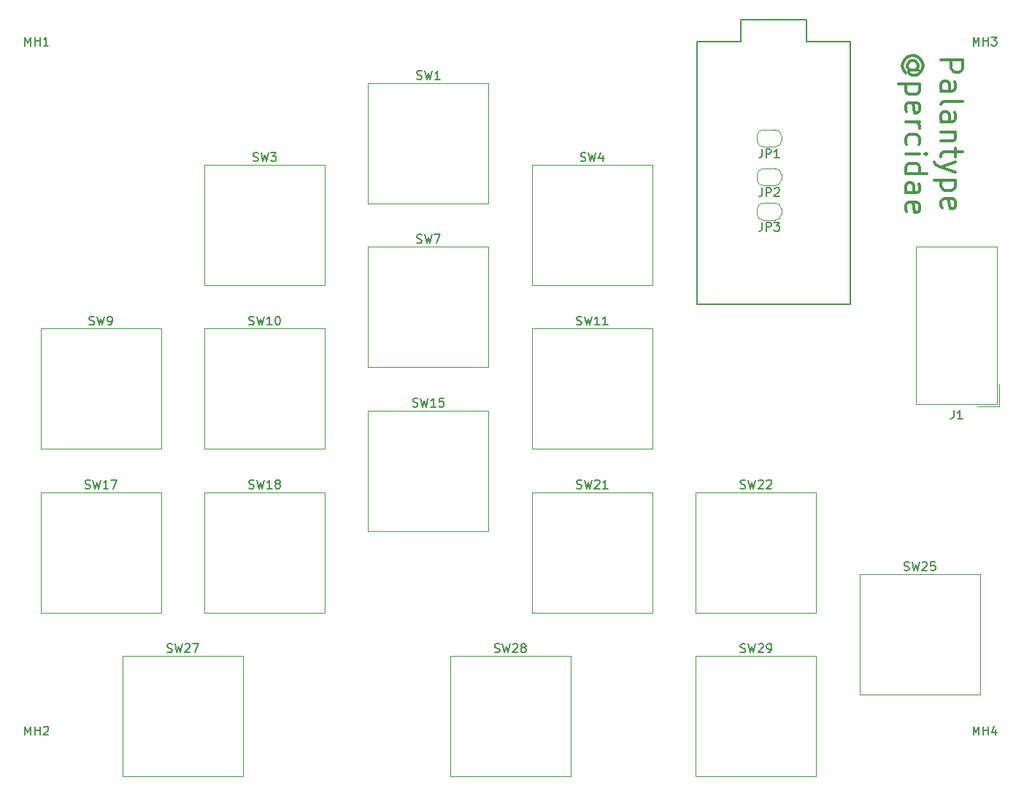
<source format=gbr>
G04 #@! TF.GenerationSoftware,KiCad,Pcbnew,(5.0.0)*
G04 #@! TF.CreationDate,2018-08-07T19:49:38+02:00*
G04 #@! TF.ProjectId,Palantype,50616C616E747970652E6B696361645F,rev?*
G04 #@! TF.SameCoordinates,Original*
G04 #@! TF.FileFunction,Legend,Top*
G04 #@! TF.FilePolarity,Positive*
%FSLAX46Y46*%
G04 Gerber Fmt 4.6, Leading zero omitted, Abs format (unit mm)*
G04 Created by KiCad (PCBNEW (5.0.0)) date 08/07/18 19:49:38*
%MOMM*%
%LPD*%
G01*
G04 APERTURE LIST*
%ADD10C,0.375000*%
%ADD11C,0.120000*%
%ADD12C,0.150000*%
G04 APERTURE END LIST*
D10*
X155931547Y-48928571D02*
X158431547Y-48928571D01*
X158431547Y-49880952D01*
X158312500Y-50119047D01*
X158193452Y-50238095D01*
X157955357Y-50357142D01*
X157598214Y-50357142D01*
X157360119Y-50238095D01*
X157241071Y-50119047D01*
X157122023Y-49880952D01*
X157122023Y-48928571D01*
X155931547Y-52500000D02*
X157241071Y-52500000D01*
X157479166Y-52380952D01*
X157598214Y-52142857D01*
X157598214Y-51666666D01*
X157479166Y-51428571D01*
X156050595Y-52500000D02*
X155931547Y-52261904D01*
X155931547Y-51666666D01*
X156050595Y-51428571D01*
X156288690Y-51309523D01*
X156526785Y-51309523D01*
X156764880Y-51428571D01*
X156883928Y-51666666D01*
X156883928Y-52261904D01*
X157002976Y-52500000D01*
X155931547Y-54047619D02*
X156050595Y-53809523D01*
X156288690Y-53690476D01*
X158431547Y-53690476D01*
X155931547Y-56071428D02*
X157241071Y-56071428D01*
X157479166Y-55952380D01*
X157598214Y-55714285D01*
X157598214Y-55238095D01*
X157479166Y-55000000D01*
X156050595Y-56071428D02*
X155931547Y-55833333D01*
X155931547Y-55238095D01*
X156050595Y-55000000D01*
X156288690Y-54880952D01*
X156526785Y-54880952D01*
X156764880Y-55000000D01*
X156883928Y-55238095D01*
X156883928Y-55833333D01*
X157002976Y-56071428D01*
X157598214Y-57261904D02*
X155931547Y-57261904D01*
X157360119Y-57261904D02*
X157479166Y-57380952D01*
X157598214Y-57619047D01*
X157598214Y-57976190D01*
X157479166Y-58214285D01*
X157241071Y-58333333D01*
X155931547Y-58333333D01*
X157598214Y-59166666D02*
X157598214Y-60119047D01*
X158431547Y-59523809D02*
X156288690Y-59523809D01*
X156050595Y-59642857D01*
X155931547Y-59880952D01*
X155931547Y-60119047D01*
X157598214Y-60714285D02*
X155931547Y-61309523D01*
X157598214Y-61904761D02*
X155931547Y-61309523D01*
X155336309Y-61071428D01*
X155217261Y-60952380D01*
X155098214Y-60714285D01*
X157598214Y-62857142D02*
X155098214Y-62857142D01*
X157479166Y-62857142D02*
X157598214Y-63095238D01*
X157598214Y-63571428D01*
X157479166Y-63809523D01*
X157360119Y-63928571D01*
X157122023Y-64047619D01*
X156407738Y-64047619D01*
X156169642Y-63928571D01*
X156050595Y-63809523D01*
X155931547Y-63571428D01*
X155931547Y-63095238D01*
X156050595Y-62857142D01*
X156050595Y-66071428D02*
X155931547Y-65833333D01*
X155931547Y-65357142D01*
X156050595Y-65119047D01*
X156288690Y-65000000D01*
X157241071Y-65000000D01*
X157479166Y-65119047D01*
X157598214Y-65357142D01*
X157598214Y-65833333D01*
X157479166Y-66071428D01*
X157241071Y-66190476D01*
X157002976Y-66190476D01*
X156764880Y-65000000D01*
X152997023Y-50059523D02*
X153116071Y-49940476D01*
X153235119Y-49702380D01*
X153235119Y-49464285D01*
X153116071Y-49226190D01*
X152997023Y-49107142D01*
X152758928Y-48988095D01*
X152520833Y-48988095D01*
X152282738Y-49107142D01*
X152163690Y-49226190D01*
X152044642Y-49464285D01*
X152044642Y-49702380D01*
X152163690Y-49940476D01*
X152282738Y-50059523D01*
X153235119Y-50059523D02*
X152282738Y-50059523D01*
X152163690Y-50178571D01*
X152163690Y-50297619D01*
X152282738Y-50535714D01*
X152520833Y-50654761D01*
X153116071Y-50654761D01*
X153473214Y-50416666D01*
X153711309Y-50059523D01*
X153830357Y-49583333D01*
X153711309Y-49107142D01*
X153473214Y-48750000D01*
X153116071Y-48511904D01*
X152639880Y-48392857D01*
X152163690Y-48511904D01*
X151806547Y-48750000D01*
X151568452Y-49107142D01*
X151449404Y-49583333D01*
X151568452Y-50059523D01*
X151806547Y-50416666D01*
X153473214Y-51726190D02*
X150973214Y-51726190D01*
X153354166Y-51726190D02*
X153473214Y-51964285D01*
X153473214Y-52440476D01*
X153354166Y-52678571D01*
X153235119Y-52797619D01*
X152997023Y-52916666D01*
X152282738Y-52916666D01*
X152044642Y-52797619D01*
X151925595Y-52678571D01*
X151806547Y-52440476D01*
X151806547Y-51964285D01*
X151925595Y-51726190D01*
X151925595Y-54940476D02*
X151806547Y-54702380D01*
X151806547Y-54226190D01*
X151925595Y-53988095D01*
X152163690Y-53869047D01*
X153116071Y-53869047D01*
X153354166Y-53988095D01*
X153473214Y-54226190D01*
X153473214Y-54702380D01*
X153354166Y-54940476D01*
X153116071Y-55059523D01*
X152877976Y-55059523D01*
X152639880Y-53869047D01*
X151806547Y-56130952D02*
X153473214Y-56130952D01*
X152997023Y-56130952D02*
X153235119Y-56250000D01*
X153354166Y-56369047D01*
X153473214Y-56607142D01*
X153473214Y-56845238D01*
X151925595Y-58750000D02*
X151806547Y-58511904D01*
X151806547Y-58035714D01*
X151925595Y-57797619D01*
X152044642Y-57678571D01*
X152282738Y-57559523D01*
X152997023Y-57559523D01*
X153235119Y-57678571D01*
X153354166Y-57797619D01*
X153473214Y-58035714D01*
X153473214Y-58511904D01*
X153354166Y-58750000D01*
X151806547Y-59821428D02*
X153473214Y-59821428D01*
X154306547Y-59821428D02*
X154187500Y-59702380D01*
X154068452Y-59821428D01*
X154187500Y-59940476D01*
X154306547Y-59821428D01*
X154068452Y-59821428D01*
X151806547Y-62083333D02*
X154306547Y-62083333D01*
X151925595Y-62083333D02*
X151806547Y-61845238D01*
X151806547Y-61369047D01*
X151925595Y-61130952D01*
X152044642Y-61011904D01*
X152282738Y-60892857D01*
X152997023Y-60892857D01*
X153235119Y-61011904D01*
X153354166Y-61130952D01*
X153473214Y-61369047D01*
X153473214Y-61845238D01*
X153354166Y-62083333D01*
X151806547Y-64345238D02*
X153116071Y-64345238D01*
X153354166Y-64226190D01*
X153473214Y-63988095D01*
X153473214Y-63511904D01*
X153354166Y-63273809D01*
X151925595Y-64345238D02*
X151806547Y-64107142D01*
X151806547Y-63511904D01*
X151925595Y-63273809D01*
X152163690Y-63154761D01*
X152401785Y-63154761D01*
X152639880Y-63273809D01*
X152758928Y-63511904D01*
X152758928Y-64107142D01*
X152877976Y-64345238D01*
X151925595Y-66488095D02*
X151806547Y-66250000D01*
X151806547Y-65773809D01*
X151925595Y-65535714D01*
X152163690Y-65416666D01*
X153116071Y-65416666D01*
X153354166Y-65535714D01*
X153473214Y-65773809D01*
X153473214Y-66250000D01*
X153354166Y-66488095D01*
X153116071Y-66607142D01*
X152877976Y-66607142D01*
X152639880Y-65416666D01*
D11*
G04 #@! TO.C,J1*
X162655000Y-89100000D02*
X160115000Y-89100000D01*
X162655000Y-89100000D02*
X162655000Y-86560000D01*
X162405000Y-88850000D02*
X153055000Y-88850000D01*
X162405000Y-70530000D02*
X162405000Y-88850000D01*
X153055000Y-70530000D02*
X162405000Y-70530000D01*
X153055000Y-88850000D02*
X153055000Y-70530000D01*
G04 #@! TO.C,JP1*
X135300000Y-59000000D02*
G75*
G02X134600000Y-58300000I0J700000D01*
G01*
X134600000Y-57700000D02*
G75*
G02X135300000Y-57000000I700000J0D01*
G01*
X136700000Y-57000000D02*
G75*
G02X137400000Y-57700000I0J-700000D01*
G01*
X137400000Y-58300000D02*
G75*
G02X136700000Y-59000000I-700000J0D01*
G01*
X137400000Y-57700000D02*
X137400000Y-58300000D01*
X135300000Y-57000000D02*
X136700000Y-57000000D01*
X134600000Y-58300000D02*
X134600000Y-57700000D01*
X136700000Y-59000000D02*
X135300000Y-59000000D01*
G04 #@! TO.C,JP2*
X136700000Y-63500000D02*
X135300000Y-63500000D01*
X134600000Y-62800000D02*
X134600000Y-62200000D01*
X135300000Y-61500000D02*
X136700000Y-61500000D01*
X137400000Y-62200000D02*
X137400000Y-62800000D01*
X137400000Y-62800000D02*
G75*
G02X136700000Y-63500000I-700000J0D01*
G01*
X136700000Y-61500000D02*
G75*
G02X137400000Y-62200000I0J-700000D01*
G01*
X134600000Y-62200000D02*
G75*
G02X135300000Y-61500000I700000J0D01*
G01*
X135300000Y-63500000D02*
G75*
G02X134600000Y-62800000I0J700000D01*
G01*
G04 #@! TO.C,JP3*
X135300000Y-67500000D02*
G75*
G02X134600000Y-66800000I0J700000D01*
G01*
X134600000Y-66200000D02*
G75*
G02X135300000Y-65500000I700000J0D01*
G01*
X136700000Y-65500000D02*
G75*
G02X137400000Y-66200000I0J-700000D01*
G01*
X137400000Y-66800000D02*
G75*
G02X136700000Y-67500000I-700000J0D01*
G01*
X137400000Y-66200000D02*
X137400000Y-66800000D01*
X135300000Y-65500000D02*
X136700000Y-65500000D01*
X134600000Y-66800000D02*
X134600000Y-66200000D01*
X136700000Y-67500000D02*
X135300000Y-67500000D01*
G04 #@! TO.C,SW1*
X89475000Y-65565000D02*
X89475000Y-51595000D01*
X103445000Y-65565000D02*
X89475000Y-65565000D01*
X103445000Y-51595000D02*
X103445000Y-65565000D01*
X89475000Y-51595000D02*
X103445000Y-51595000D01*
G04 #@! TO.C,SW3*
X70475000Y-61095000D02*
X84445000Y-61095000D01*
X84445000Y-61095000D02*
X84445000Y-75065000D01*
X84445000Y-75065000D02*
X70475000Y-75065000D01*
X70475000Y-75065000D02*
X70475000Y-61095000D01*
G04 #@! TO.C,SW4*
X108475000Y-75065000D02*
X108475000Y-61095000D01*
X122445000Y-75065000D02*
X108475000Y-75065000D01*
X122445000Y-61095000D02*
X122445000Y-75065000D01*
X108475000Y-61095000D02*
X122445000Y-61095000D01*
G04 #@! TO.C,SW7*
X89475000Y-70595000D02*
X103445000Y-70595000D01*
X103445000Y-70595000D02*
X103445000Y-84565000D01*
X103445000Y-84565000D02*
X89475000Y-84565000D01*
X89475000Y-84565000D02*
X89475000Y-70595000D01*
G04 #@! TO.C,SW9*
X51475000Y-94065000D02*
X51475000Y-80095000D01*
X65445000Y-94065000D02*
X51475000Y-94065000D01*
X65445000Y-80095000D02*
X65445000Y-94065000D01*
X51475000Y-80095000D02*
X65445000Y-80095000D01*
G04 #@! TO.C,SW10*
X70475000Y-94065000D02*
X70475000Y-80095000D01*
X84445000Y-94065000D02*
X70475000Y-94065000D01*
X84445000Y-80095000D02*
X84445000Y-94065000D01*
X70475000Y-80095000D02*
X84445000Y-80095000D01*
G04 #@! TO.C,SW11*
X108475000Y-94065000D02*
X108475000Y-80095000D01*
X122445000Y-94065000D02*
X108475000Y-94065000D01*
X122445000Y-80095000D02*
X122445000Y-94065000D01*
X108475000Y-80095000D02*
X122445000Y-80095000D01*
G04 #@! TO.C,SW15*
X89475000Y-89595000D02*
X103445000Y-89595000D01*
X103445000Y-89595000D02*
X103445000Y-103565000D01*
X103445000Y-103565000D02*
X89475000Y-103565000D01*
X89475000Y-103565000D02*
X89475000Y-89595000D01*
G04 #@! TO.C,SW17*
X51475000Y-99095000D02*
X65445000Y-99095000D01*
X65445000Y-99095000D02*
X65445000Y-113065000D01*
X65445000Y-113065000D02*
X51475000Y-113065000D01*
X51475000Y-113065000D02*
X51475000Y-99095000D01*
G04 #@! TO.C,SW18*
X70475000Y-99095000D02*
X84445000Y-99095000D01*
X84445000Y-99095000D02*
X84445000Y-113065000D01*
X84445000Y-113065000D02*
X70475000Y-113065000D01*
X70475000Y-113065000D02*
X70475000Y-99095000D01*
G04 #@! TO.C,SW21*
X108475000Y-113065000D02*
X108475000Y-99095000D01*
X122445000Y-113065000D02*
X108475000Y-113065000D01*
X122445000Y-99095000D02*
X122445000Y-113065000D01*
X108475000Y-99095000D02*
X122445000Y-99095000D01*
G04 #@! TO.C,SW22*
X127475000Y-99095000D02*
X141445000Y-99095000D01*
X141445000Y-99095000D02*
X141445000Y-113065000D01*
X141445000Y-113065000D02*
X127475000Y-113065000D01*
X127475000Y-113065000D02*
X127475000Y-99095000D01*
G04 #@! TO.C,SW25*
X146475000Y-108595000D02*
X160445000Y-108595000D01*
X160445000Y-108595000D02*
X160445000Y-122565000D01*
X160445000Y-122565000D02*
X146475000Y-122565000D01*
X146475000Y-122565000D02*
X146475000Y-108595000D01*
G04 #@! TO.C,SW27*
X60975000Y-118095000D02*
X74945000Y-118095000D01*
X74945000Y-118095000D02*
X74945000Y-132065000D01*
X74945000Y-132065000D02*
X60975000Y-132065000D01*
X60975000Y-132065000D02*
X60975000Y-118095000D01*
G04 #@! TO.C,SW28*
X98975000Y-132065000D02*
X98975000Y-118095000D01*
X112945000Y-132065000D02*
X98975000Y-132065000D01*
X112945000Y-118095000D02*
X112945000Y-132065000D01*
X98975000Y-118095000D02*
X112945000Y-118095000D01*
G04 #@! TO.C,SW29*
X127475000Y-132065000D02*
X127475000Y-118095000D01*
X141445000Y-132065000D02*
X127475000Y-132065000D01*
X141445000Y-118095000D02*
X141445000Y-132065000D01*
X127475000Y-118095000D02*
X141445000Y-118095000D01*
D12*
G04 #@! TO.C,U1*
X127610000Y-46760000D02*
X127610000Y-77240000D01*
X127610000Y-46760000D02*
X132690000Y-46760000D01*
X132690000Y-46760000D02*
X132690000Y-44220000D01*
X132690000Y-44220000D02*
X140310000Y-44220000D01*
X140310000Y-44220000D02*
X140310000Y-46760000D01*
X140310000Y-46760000D02*
X145390000Y-46760000D01*
X145390000Y-46760000D02*
X145390000Y-77240000D01*
X145390000Y-77240000D02*
X127610000Y-77240000D01*
G04 #@! TO.C,J1*
X157396666Y-89556380D02*
X157396666Y-90270666D01*
X157349047Y-90413523D01*
X157253809Y-90508761D01*
X157110952Y-90556380D01*
X157015714Y-90556380D01*
X158396666Y-90556380D02*
X157825238Y-90556380D01*
X158110952Y-90556380D02*
X158110952Y-89556380D01*
X158015714Y-89699238D01*
X157920476Y-89794476D01*
X157825238Y-89842095D01*
G04 #@! TO.C,JP1*
X135166666Y-59252380D02*
X135166666Y-59966666D01*
X135119047Y-60109523D01*
X135023809Y-60204761D01*
X134880952Y-60252380D01*
X134785714Y-60252380D01*
X135642857Y-60252380D02*
X135642857Y-59252380D01*
X136023809Y-59252380D01*
X136119047Y-59300000D01*
X136166666Y-59347619D01*
X136214285Y-59442857D01*
X136214285Y-59585714D01*
X136166666Y-59680952D01*
X136119047Y-59728571D01*
X136023809Y-59776190D01*
X135642857Y-59776190D01*
X137166666Y-60252380D02*
X136595238Y-60252380D01*
X136880952Y-60252380D02*
X136880952Y-59252380D01*
X136785714Y-59395238D01*
X136690476Y-59490476D01*
X136595238Y-59538095D01*
G04 #@! TO.C,JP2*
X135166666Y-63752380D02*
X135166666Y-64466666D01*
X135119047Y-64609523D01*
X135023809Y-64704761D01*
X134880952Y-64752380D01*
X134785714Y-64752380D01*
X135642857Y-64752380D02*
X135642857Y-63752380D01*
X136023809Y-63752380D01*
X136119047Y-63800000D01*
X136166666Y-63847619D01*
X136214285Y-63942857D01*
X136214285Y-64085714D01*
X136166666Y-64180952D01*
X136119047Y-64228571D01*
X136023809Y-64276190D01*
X135642857Y-64276190D01*
X136595238Y-63847619D02*
X136642857Y-63800000D01*
X136738095Y-63752380D01*
X136976190Y-63752380D01*
X137071428Y-63800000D01*
X137119047Y-63847619D01*
X137166666Y-63942857D01*
X137166666Y-64038095D01*
X137119047Y-64180952D01*
X136547619Y-64752380D01*
X137166666Y-64752380D01*
G04 #@! TO.C,JP3*
X135166666Y-67752380D02*
X135166666Y-68466666D01*
X135119047Y-68609523D01*
X135023809Y-68704761D01*
X134880952Y-68752380D01*
X134785714Y-68752380D01*
X135642857Y-68752380D02*
X135642857Y-67752380D01*
X136023809Y-67752380D01*
X136119047Y-67800000D01*
X136166666Y-67847619D01*
X136214285Y-67942857D01*
X136214285Y-68085714D01*
X136166666Y-68180952D01*
X136119047Y-68228571D01*
X136023809Y-68276190D01*
X135642857Y-68276190D01*
X136547619Y-67752380D02*
X137166666Y-67752380D01*
X136833333Y-68133333D01*
X136976190Y-68133333D01*
X137071428Y-68180952D01*
X137119047Y-68228571D01*
X137166666Y-68323809D01*
X137166666Y-68561904D01*
X137119047Y-68657142D01*
X137071428Y-68704761D01*
X136976190Y-68752380D01*
X136690476Y-68752380D01*
X136595238Y-68704761D01*
X136547619Y-68657142D01*
G04 #@! TO.C,SW1*
X95126666Y-51110761D02*
X95269523Y-51158380D01*
X95507619Y-51158380D01*
X95602857Y-51110761D01*
X95650476Y-51063142D01*
X95698095Y-50967904D01*
X95698095Y-50872666D01*
X95650476Y-50777428D01*
X95602857Y-50729809D01*
X95507619Y-50682190D01*
X95317142Y-50634571D01*
X95221904Y-50586952D01*
X95174285Y-50539333D01*
X95126666Y-50444095D01*
X95126666Y-50348857D01*
X95174285Y-50253619D01*
X95221904Y-50206000D01*
X95317142Y-50158380D01*
X95555238Y-50158380D01*
X95698095Y-50206000D01*
X96031428Y-50158380D02*
X96269523Y-51158380D01*
X96460000Y-50444095D01*
X96650476Y-51158380D01*
X96888571Y-50158380D01*
X97793333Y-51158380D02*
X97221904Y-51158380D01*
X97507619Y-51158380D02*
X97507619Y-50158380D01*
X97412380Y-50301238D01*
X97317142Y-50396476D01*
X97221904Y-50444095D01*
G04 #@! TO.C,SW3*
X76126666Y-60610761D02*
X76269523Y-60658380D01*
X76507619Y-60658380D01*
X76602857Y-60610761D01*
X76650476Y-60563142D01*
X76698095Y-60467904D01*
X76698095Y-60372666D01*
X76650476Y-60277428D01*
X76602857Y-60229809D01*
X76507619Y-60182190D01*
X76317142Y-60134571D01*
X76221904Y-60086952D01*
X76174285Y-60039333D01*
X76126666Y-59944095D01*
X76126666Y-59848857D01*
X76174285Y-59753619D01*
X76221904Y-59706000D01*
X76317142Y-59658380D01*
X76555238Y-59658380D01*
X76698095Y-59706000D01*
X77031428Y-59658380D02*
X77269523Y-60658380D01*
X77460000Y-59944095D01*
X77650476Y-60658380D01*
X77888571Y-59658380D01*
X78174285Y-59658380D02*
X78793333Y-59658380D01*
X78460000Y-60039333D01*
X78602857Y-60039333D01*
X78698095Y-60086952D01*
X78745714Y-60134571D01*
X78793333Y-60229809D01*
X78793333Y-60467904D01*
X78745714Y-60563142D01*
X78698095Y-60610761D01*
X78602857Y-60658380D01*
X78317142Y-60658380D01*
X78221904Y-60610761D01*
X78174285Y-60563142D01*
G04 #@! TO.C,SW4*
X114126666Y-60610761D02*
X114269523Y-60658380D01*
X114507619Y-60658380D01*
X114602857Y-60610761D01*
X114650476Y-60563142D01*
X114698095Y-60467904D01*
X114698095Y-60372666D01*
X114650476Y-60277428D01*
X114602857Y-60229809D01*
X114507619Y-60182190D01*
X114317142Y-60134571D01*
X114221904Y-60086952D01*
X114174285Y-60039333D01*
X114126666Y-59944095D01*
X114126666Y-59848857D01*
X114174285Y-59753619D01*
X114221904Y-59706000D01*
X114317142Y-59658380D01*
X114555238Y-59658380D01*
X114698095Y-59706000D01*
X115031428Y-59658380D02*
X115269523Y-60658380D01*
X115460000Y-59944095D01*
X115650476Y-60658380D01*
X115888571Y-59658380D01*
X116698095Y-59991714D02*
X116698095Y-60658380D01*
X116460000Y-59610761D02*
X116221904Y-60325047D01*
X116840952Y-60325047D01*
G04 #@! TO.C,SW7*
X95126666Y-70110761D02*
X95269523Y-70158380D01*
X95507619Y-70158380D01*
X95602857Y-70110761D01*
X95650476Y-70063142D01*
X95698095Y-69967904D01*
X95698095Y-69872666D01*
X95650476Y-69777428D01*
X95602857Y-69729809D01*
X95507619Y-69682190D01*
X95317142Y-69634571D01*
X95221904Y-69586952D01*
X95174285Y-69539333D01*
X95126666Y-69444095D01*
X95126666Y-69348857D01*
X95174285Y-69253619D01*
X95221904Y-69206000D01*
X95317142Y-69158380D01*
X95555238Y-69158380D01*
X95698095Y-69206000D01*
X96031428Y-69158380D02*
X96269523Y-70158380D01*
X96460000Y-69444095D01*
X96650476Y-70158380D01*
X96888571Y-69158380D01*
X97174285Y-69158380D02*
X97840952Y-69158380D01*
X97412380Y-70158380D01*
G04 #@! TO.C,SW9*
X57126666Y-79610761D02*
X57269523Y-79658380D01*
X57507619Y-79658380D01*
X57602857Y-79610761D01*
X57650476Y-79563142D01*
X57698095Y-79467904D01*
X57698095Y-79372666D01*
X57650476Y-79277428D01*
X57602857Y-79229809D01*
X57507619Y-79182190D01*
X57317142Y-79134571D01*
X57221904Y-79086952D01*
X57174285Y-79039333D01*
X57126666Y-78944095D01*
X57126666Y-78848857D01*
X57174285Y-78753619D01*
X57221904Y-78706000D01*
X57317142Y-78658380D01*
X57555238Y-78658380D01*
X57698095Y-78706000D01*
X58031428Y-78658380D02*
X58269523Y-79658380D01*
X58460000Y-78944095D01*
X58650476Y-79658380D01*
X58888571Y-78658380D01*
X59317142Y-79658380D02*
X59507619Y-79658380D01*
X59602857Y-79610761D01*
X59650476Y-79563142D01*
X59745714Y-79420285D01*
X59793333Y-79229809D01*
X59793333Y-78848857D01*
X59745714Y-78753619D01*
X59698095Y-78706000D01*
X59602857Y-78658380D01*
X59412380Y-78658380D01*
X59317142Y-78706000D01*
X59269523Y-78753619D01*
X59221904Y-78848857D01*
X59221904Y-79086952D01*
X59269523Y-79182190D01*
X59317142Y-79229809D01*
X59412380Y-79277428D01*
X59602857Y-79277428D01*
X59698095Y-79229809D01*
X59745714Y-79182190D01*
X59793333Y-79086952D01*
G04 #@! TO.C,SW10*
X75650476Y-79610761D02*
X75793333Y-79658380D01*
X76031428Y-79658380D01*
X76126666Y-79610761D01*
X76174285Y-79563142D01*
X76221904Y-79467904D01*
X76221904Y-79372666D01*
X76174285Y-79277428D01*
X76126666Y-79229809D01*
X76031428Y-79182190D01*
X75840952Y-79134571D01*
X75745714Y-79086952D01*
X75698095Y-79039333D01*
X75650476Y-78944095D01*
X75650476Y-78848857D01*
X75698095Y-78753619D01*
X75745714Y-78706000D01*
X75840952Y-78658380D01*
X76079047Y-78658380D01*
X76221904Y-78706000D01*
X76555238Y-78658380D02*
X76793333Y-79658380D01*
X76983809Y-78944095D01*
X77174285Y-79658380D01*
X77412380Y-78658380D01*
X78317142Y-79658380D02*
X77745714Y-79658380D01*
X78031428Y-79658380D02*
X78031428Y-78658380D01*
X77936190Y-78801238D01*
X77840952Y-78896476D01*
X77745714Y-78944095D01*
X78936190Y-78658380D02*
X79031428Y-78658380D01*
X79126666Y-78706000D01*
X79174285Y-78753619D01*
X79221904Y-78848857D01*
X79269523Y-79039333D01*
X79269523Y-79277428D01*
X79221904Y-79467904D01*
X79174285Y-79563142D01*
X79126666Y-79610761D01*
X79031428Y-79658380D01*
X78936190Y-79658380D01*
X78840952Y-79610761D01*
X78793333Y-79563142D01*
X78745714Y-79467904D01*
X78698095Y-79277428D01*
X78698095Y-79039333D01*
X78745714Y-78848857D01*
X78793333Y-78753619D01*
X78840952Y-78706000D01*
X78936190Y-78658380D01*
G04 #@! TO.C,SW11*
X113650476Y-79610761D02*
X113793333Y-79658380D01*
X114031428Y-79658380D01*
X114126666Y-79610761D01*
X114174285Y-79563142D01*
X114221904Y-79467904D01*
X114221904Y-79372666D01*
X114174285Y-79277428D01*
X114126666Y-79229809D01*
X114031428Y-79182190D01*
X113840952Y-79134571D01*
X113745714Y-79086952D01*
X113698095Y-79039333D01*
X113650476Y-78944095D01*
X113650476Y-78848857D01*
X113698095Y-78753619D01*
X113745714Y-78706000D01*
X113840952Y-78658380D01*
X114079047Y-78658380D01*
X114221904Y-78706000D01*
X114555238Y-78658380D02*
X114793333Y-79658380D01*
X114983809Y-78944095D01*
X115174285Y-79658380D01*
X115412380Y-78658380D01*
X116317142Y-79658380D02*
X115745714Y-79658380D01*
X116031428Y-79658380D02*
X116031428Y-78658380D01*
X115936190Y-78801238D01*
X115840952Y-78896476D01*
X115745714Y-78944095D01*
X117269523Y-79658380D02*
X116698095Y-79658380D01*
X116983809Y-79658380D02*
X116983809Y-78658380D01*
X116888571Y-78801238D01*
X116793333Y-78896476D01*
X116698095Y-78944095D01*
G04 #@! TO.C,SW15*
X94650476Y-89110761D02*
X94793333Y-89158380D01*
X95031428Y-89158380D01*
X95126666Y-89110761D01*
X95174285Y-89063142D01*
X95221904Y-88967904D01*
X95221904Y-88872666D01*
X95174285Y-88777428D01*
X95126666Y-88729809D01*
X95031428Y-88682190D01*
X94840952Y-88634571D01*
X94745714Y-88586952D01*
X94698095Y-88539333D01*
X94650476Y-88444095D01*
X94650476Y-88348857D01*
X94698095Y-88253619D01*
X94745714Y-88206000D01*
X94840952Y-88158380D01*
X95079047Y-88158380D01*
X95221904Y-88206000D01*
X95555238Y-88158380D02*
X95793333Y-89158380D01*
X95983809Y-88444095D01*
X96174285Y-89158380D01*
X96412380Y-88158380D01*
X97317142Y-89158380D02*
X96745714Y-89158380D01*
X97031428Y-89158380D02*
X97031428Y-88158380D01*
X96936190Y-88301238D01*
X96840952Y-88396476D01*
X96745714Y-88444095D01*
X98221904Y-88158380D02*
X97745714Y-88158380D01*
X97698095Y-88634571D01*
X97745714Y-88586952D01*
X97840952Y-88539333D01*
X98079047Y-88539333D01*
X98174285Y-88586952D01*
X98221904Y-88634571D01*
X98269523Y-88729809D01*
X98269523Y-88967904D01*
X98221904Y-89063142D01*
X98174285Y-89110761D01*
X98079047Y-89158380D01*
X97840952Y-89158380D01*
X97745714Y-89110761D01*
X97698095Y-89063142D01*
G04 #@! TO.C,SW17*
X56650476Y-98610761D02*
X56793333Y-98658380D01*
X57031428Y-98658380D01*
X57126666Y-98610761D01*
X57174285Y-98563142D01*
X57221904Y-98467904D01*
X57221904Y-98372666D01*
X57174285Y-98277428D01*
X57126666Y-98229809D01*
X57031428Y-98182190D01*
X56840952Y-98134571D01*
X56745714Y-98086952D01*
X56698095Y-98039333D01*
X56650476Y-97944095D01*
X56650476Y-97848857D01*
X56698095Y-97753619D01*
X56745714Y-97706000D01*
X56840952Y-97658380D01*
X57079047Y-97658380D01*
X57221904Y-97706000D01*
X57555238Y-97658380D02*
X57793333Y-98658380D01*
X57983809Y-97944095D01*
X58174285Y-98658380D01*
X58412380Y-97658380D01*
X59317142Y-98658380D02*
X58745714Y-98658380D01*
X59031428Y-98658380D02*
X59031428Y-97658380D01*
X58936190Y-97801238D01*
X58840952Y-97896476D01*
X58745714Y-97944095D01*
X59650476Y-97658380D02*
X60317142Y-97658380D01*
X59888571Y-98658380D01*
G04 #@! TO.C,SW18*
X75650476Y-98610761D02*
X75793333Y-98658380D01*
X76031428Y-98658380D01*
X76126666Y-98610761D01*
X76174285Y-98563142D01*
X76221904Y-98467904D01*
X76221904Y-98372666D01*
X76174285Y-98277428D01*
X76126666Y-98229809D01*
X76031428Y-98182190D01*
X75840952Y-98134571D01*
X75745714Y-98086952D01*
X75698095Y-98039333D01*
X75650476Y-97944095D01*
X75650476Y-97848857D01*
X75698095Y-97753619D01*
X75745714Y-97706000D01*
X75840952Y-97658380D01*
X76079047Y-97658380D01*
X76221904Y-97706000D01*
X76555238Y-97658380D02*
X76793333Y-98658380D01*
X76983809Y-97944095D01*
X77174285Y-98658380D01*
X77412380Y-97658380D01*
X78317142Y-98658380D02*
X77745714Y-98658380D01*
X78031428Y-98658380D02*
X78031428Y-97658380D01*
X77936190Y-97801238D01*
X77840952Y-97896476D01*
X77745714Y-97944095D01*
X78888571Y-98086952D02*
X78793333Y-98039333D01*
X78745714Y-97991714D01*
X78698095Y-97896476D01*
X78698095Y-97848857D01*
X78745714Y-97753619D01*
X78793333Y-97706000D01*
X78888571Y-97658380D01*
X79079047Y-97658380D01*
X79174285Y-97706000D01*
X79221904Y-97753619D01*
X79269523Y-97848857D01*
X79269523Y-97896476D01*
X79221904Y-97991714D01*
X79174285Y-98039333D01*
X79079047Y-98086952D01*
X78888571Y-98086952D01*
X78793333Y-98134571D01*
X78745714Y-98182190D01*
X78698095Y-98277428D01*
X78698095Y-98467904D01*
X78745714Y-98563142D01*
X78793333Y-98610761D01*
X78888571Y-98658380D01*
X79079047Y-98658380D01*
X79174285Y-98610761D01*
X79221904Y-98563142D01*
X79269523Y-98467904D01*
X79269523Y-98277428D01*
X79221904Y-98182190D01*
X79174285Y-98134571D01*
X79079047Y-98086952D01*
G04 #@! TO.C,SW21*
X113650476Y-98610761D02*
X113793333Y-98658380D01*
X114031428Y-98658380D01*
X114126666Y-98610761D01*
X114174285Y-98563142D01*
X114221904Y-98467904D01*
X114221904Y-98372666D01*
X114174285Y-98277428D01*
X114126666Y-98229809D01*
X114031428Y-98182190D01*
X113840952Y-98134571D01*
X113745714Y-98086952D01*
X113698095Y-98039333D01*
X113650476Y-97944095D01*
X113650476Y-97848857D01*
X113698095Y-97753619D01*
X113745714Y-97706000D01*
X113840952Y-97658380D01*
X114079047Y-97658380D01*
X114221904Y-97706000D01*
X114555238Y-97658380D02*
X114793333Y-98658380D01*
X114983809Y-97944095D01*
X115174285Y-98658380D01*
X115412380Y-97658380D01*
X115745714Y-97753619D02*
X115793333Y-97706000D01*
X115888571Y-97658380D01*
X116126666Y-97658380D01*
X116221904Y-97706000D01*
X116269523Y-97753619D01*
X116317142Y-97848857D01*
X116317142Y-97944095D01*
X116269523Y-98086952D01*
X115698095Y-98658380D01*
X116317142Y-98658380D01*
X117269523Y-98658380D02*
X116698095Y-98658380D01*
X116983809Y-98658380D02*
X116983809Y-97658380D01*
X116888571Y-97801238D01*
X116793333Y-97896476D01*
X116698095Y-97944095D01*
G04 #@! TO.C,SW22*
X132650476Y-98610761D02*
X132793333Y-98658380D01*
X133031428Y-98658380D01*
X133126666Y-98610761D01*
X133174285Y-98563142D01*
X133221904Y-98467904D01*
X133221904Y-98372666D01*
X133174285Y-98277428D01*
X133126666Y-98229809D01*
X133031428Y-98182190D01*
X132840952Y-98134571D01*
X132745714Y-98086952D01*
X132698095Y-98039333D01*
X132650476Y-97944095D01*
X132650476Y-97848857D01*
X132698095Y-97753619D01*
X132745714Y-97706000D01*
X132840952Y-97658380D01*
X133079047Y-97658380D01*
X133221904Y-97706000D01*
X133555238Y-97658380D02*
X133793333Y-98658380D01*
X133983809Y-97944095D01*
X134174285Y-98658380D01*
X134412380Y-97658380D01*
X134745714Y-97753619D02*
X134793333Y-97706000D01*
X134888571Y-97658380D01*
X135126666Y-97658380D01*
X135221904Y-97706000D01*
X135269523Y-97753619D01*
X135317142Y-97848857D01*
X135317142Y-97944095D01*
X135269523Y-98086952D01*
X134698095Y-98658380D01*
X135317142Y-98658380D01*
X135698095Y-97753619D02*
X135745714Y-97706000D01*
X135840952Y-97658380D01*
X136079047Y-97658380D01*
X136174285Y-97706000D01*
X136221904Y-97753619D01*
X136269523Y-97848857D01*
X136269523Y-97944095D01*
X136221904Y-98086952D01*
X135650476Y-98658380D01*
X136269523Y-98658380D01*
G04 #@! TO.C,SW25*
X151650476Y-108110761D02*
X151793333Y-108158380D01*
X152031428Y-108158380D01*
X152126666Y-108110761D01*
X152174285Y-108063142D01*
X152221904Y-107967904D01*
X152221904Y-107872666D01*
X152174285Y-107777428D01*
X152126666Y-107729809D01*
X152031428Y-107682190D01*
X151840952Y-107634571D01*
X151745714Y-107586952D01*
X151698095Y-107539333D01*
X151650476Y-107444095D01*
X151650476Y-107348857D01*
X151698095Y-107253619D01*
X151745714Y-107206000D01*
X151840952Y-107158380D01*
X152079047Y-107158380D01*
X152221904Y-107206000D01*
X152555238Y-107158380D02*
X152793333Y-108158380D01*
X152983809Y-107444095D01*
X153174285Y-108158380D01*
X153412380Y-107158380D01*
X153745714Y-107253619D02*
X153793333Y-107206000D01*
X153888571Y-107158380D01*
X154126666Y-107158380D01*
X154221904Y-107206000D01*
X154269523Y-107253619D01*
X154317142Y-107348857D01*
X154317142Y-107444095D01*
X154269523Y-107586952D01*
X153698095Y-108158380D01*
X154317142Y-108158380D01*
X155221904Y-107158380D02*
X154745714Y-107158380D01*
X154698095Y-107634571D01*
X154745714Y-107586952D01*
X154840952Y-107539333D01*
X155079047Y-107539333D01*
X155174285Y-107586952D01*
X155221904Y-107634571D01*
X155269523Y-107729809D01*
X155269523Y-107967904D01*
X155221904Y-108063142D01*
X155174285Y-108110761D01*
X155079047Y-108158380D01*
X154840952Y-108158380D01*
X154745714Y-108110761D01*
X154698095Y-108063142D01*
G04 #@! TO.C,SW27*
X66150476Y-117610761D02*
X66293333Y-117658380D01*
X66531428Y-117658380D01*
X66626666Y-117610761D01*
X66674285Y-117563142D01*
X66721904Y-117467904D01*
X66721904Y-117372666D01*
X66674285Y-117277428D01*
X66626666Y-117229809D01*
X66531428Y-117182190D01*
X66340952Y-117134571D01*
X66245714Y-117086952D01*
X66198095Y-117039333D01*
X66150476Y-116944095D01*
X66150476Y-116848857D01*
X66198095Y-116753619D01*
X66245714Y-116706000D01*
X66340952Y-116658380D01*
X66579047Y-116658380D01*
X66721904Y-116706000D01*
X67055238Y-116658380D02*
X67293333Y-117658380D01*
X67483809Y-116944095D01*
X67674285Y-117658380D01*
X67912380Y-116658380D01*
X68245714Y-116753619D02*
X68293333Y-116706000D01*
X68388571Y-116658380D01*
X68626666Y-116658380D01*
X68721904Y-116706000D01*
X68769523Y-116753619D01*
X68817142Y-116848857D01*
X68817142Y-116944095D01*
X68769523Y-117086952D01*
X68198095Y-117658380D01*
X68817142Y-117658380D01*
X69150476Y-116658380D02*
X69817142Y-116658380D01*
X69388571Y-117658380D01*
G04 #@! TO.C,SW28*
X104150476Y-117610761D02*
X104293333Y-117658380D01*
X104531428Y-117658380D01*
X104626666Y-117610761D01*
X104674285Y-117563142D01*
X104721904Y-117467904D01*
X104721904Y-117372666D01*
X104674285Y-117277428D01*
X104626666Y-117229809D01*
X104531428Y-117182190D01*
X104340952Y-117134571D01*
X104245714Y-117086952D01*
X104198095Y-117039333D01*
X104150476Y-116944095D01*
X104150476Y-116848857D01*
X104198095Y-116753619D01*
X104245714Y-116706000D01*
X104340952Y-116658380D01*
X104579047Y-116658380D01*
X104721904Y-116706000D01*
X105055238Y-116658380D02*
X105293333Y-117658380D01*
X105483809Y-116944095D01*
X105674285Y-117658380D01*
X105912380Y-116658380D01*
X106245714Y-116753619D02*
X106293333Y-116706000D01*
X106388571Y-116658380D01*
X106626666Y-116658380D01*
X106721904Y-116706000D01*
X106769523Y-116753619D01*
X106817142Y-116848857D01*
X106817142Y-116944095D01*
X106769523Y-117086952D01*
X106198095Y-117658380D01*
X106817142Y-117658380D01*
X107388571Y-117086952D02*
X107293333Y-117039333D01*
X107245714Y-116991714D01*
X107198095Y-116896476D01*
X107198095Y-116848857D01*
X107245714Y-116753619D01*
X107293333Y-116706000D01*
X107388571Y-116658380D01*
X107579047Y-116658380D01*
X107674285Y-116706000D01*
X107721904Y-116753619D01*
X107769523Y-116848857D01*
X107769523Y-116896476D01*
X107721904Y-116991714D01*
X107674285Y-117039333D01*
X107579047Y-117086952D01*
X107388571Y-117086952D01*
X107293333Y-117134571D01*
X107245714Y-117182190D01*
X107198095Y-117277428D01*
X107198095Y-117467904D01*
X107245714Y-117563142D01*
X107293333Y-117610761D01*
X107388571Y-117658380D01*
X107579047Y-117658380D01*
X107674285Y-117610761D01*
X107721904Y-117563142D01*
X107769523Y-117467904D01*
X107769523Y-117277428D01*
X107721904Y-117182190D01*
X107674285Y-117134571D01*
X107579047Y-117086952D01*
G04 #@! TO.C,SW29*
X132650476Y-117610761D02*
X132793333Y-117658380D01*
X133031428Y-117658380D01*
X133126666Y-117610761D01*
X133174285Y-117563142D01*
X133221904Y-117467904D01*
X133221904Y-117372666D01*
X133174285Y-117277428D01*
X133126666Y-117229809D01*
X133031428Y-117182190D01*
X132840952Y-117134571D01*
X132745714Y-117086952D01*
X132698095Y-117039333D01*
X132650476Y-116944095D01*
X132650476Y-116848857D01*
X132698095Y-116753619D01*
X132745714Y-116706000D01*
X132840952Y-116658380D01*
X133079047Y-116658380D01*
X133221904Y-116706000D01*
X133555238Y-116658380D02*
X133793333Y-117658380D01*
X133983809Y-116944095D01*
X134174285Y-117658380D01*
X134412380Y-116658380D01*
X134745714Y-116753619D02*
X134793333Y-116706000D01*
X134888571Y-116658380D01*
X135126666Y-116658380D01*
X135221904Y-116706000D01*
X135269523Y-116753619D01*
X135317142Y-116848857D01*
X135317142Y-116944095D01*
X135269523Y-117086952D01*
X134698095Y-117658380D01*
X135317142Y-117658380D01*
X135793333Y-117658380D02*
X135983809Y-117658380D01*
X136079047Y-117610761D01*
X136126666Y-117563142D01*
X136221904Y-117420285D01*
X136269523Y-117229809D01*
X136269523Y-116848857D01*
X136221904Y-116753619D01*
X136174285Y-116706000D01*
X136079047Y-116658380D01*
X135888571Y-116658380D01*
X135793333Y-116706000D01*
X135745714Y-116753619D01*
X135698095Y-116848857D01*
X135698095Y-117086952D01*
X135745714Y-117182190D01*
X135793333Y-117229809D01*
X135888571Y-117277428D01*
X136079047Y-117277428D01*
X136174285Y-117229809D01*
X136221904Y-117182190D01*
X136269523Y-117086952D01*
G04 #@! TO.C,MH1*
X49666666Y-47252380D02*
X49666666Y-46252380D01*
X50000000Y-46966666D01*
X50333333Y-46252380D01*
X50333333Y-47252380D01*
X50809523Y-47252380D02*
X50809523Y-46252380D01*
X50809523Y-46728571D02*
X51380952Y-46728571D01*
X51380952Y-47252380D02*
X51380952Y-46252380D01*
X52380952Y-47252380D02*
X51809523Y-47252380D01*
X52095238Y-47252380D02*
X52095238Y-46252380D01*
X52000000Y-46395238D01*
X51904761Y-46490476D01*
X51809523Y-46538095D01*
G04 #@! TO.C,MH2*
X49666666Y-127252380D02*
X49666666Y-126252380D01*
X50000000Y-126966666D01*
X50333333Y-126252380D01*
X50333333Y-127252380D01*
X50809523Y-127252380D02*
X50809523Y-126252380D01*
X50809523Y-126728571D02*
X51380952Y-126728571D01*
X51380952Y-127252380D02*
X51380952Y-126252380D01*
X51809523Y-126347619D02*
X51857142Y-126300000D01*
X51952380Y-126252380D01*
X52190476Y-126252380D01*
X52285714Y-126300000D01*
X52333333Y-126347619D01*
X52380952Y-126442857D01*
X52380952Y-126538095D01*
X52333333Y-126680952D01*
X51761904Y-127252380D01*
X52380952Y-127252380D01*
G04 #@! TO.C,MH3*
X159666666Y-47252380D02*
X159666666Y-46252380D01*
X160000000Y-46966666D01*
X160333333Y-46252380D01*
X160333333Y-47252380D01*
X160809523Y-47252380D02*
X160809523Y-46252380D01*
X160809523Y-46728571D02*
X161380952Y-46728571D01*
X161380952Y-47252380D02*
X161380952Y-46252380D01*
X161761904Y-46252380D02*
X162380952Y-46252380D01*
X162047619Y-46633333D01*
X162190476Y-46633333D01*
X162285714Y-46680952D01*
X162333333Y-46728571D01*
X162380952Y-46823809D01*
X162380952Y-47061904D01*
X162333333Y-47157142D01*
X162285714Y-47204761D01*
X162190476Y-47252380D01*
X161904761Y-47252380D01*
X161809523Y-47204761D01*
X161761904Y-47157142D01*
G04 #@! TO.C,MH4*
X159666666Y-127252380D02*
X159666666Y-126252380D01*
X160000000Y-126966666D01*
X160333333Y-126252380D01*
X160333333Y-127252380D01*
X160809523Y-127252380D02*
X160809523Y-126252380D01*
X160809523Y-126728571D02*
X161380952Y-126728571D01*
X161380952Y-127252380D02*
X161380952Y-126252380D01*
X162285714Y-126585714D02*
X162285714Y-127252380D01*
X162047619Y-126204761D02*
X161809523Y-126919047D01*
X162428571Y-126919047D01*
G04 #@! TD*
M02*

</source>
